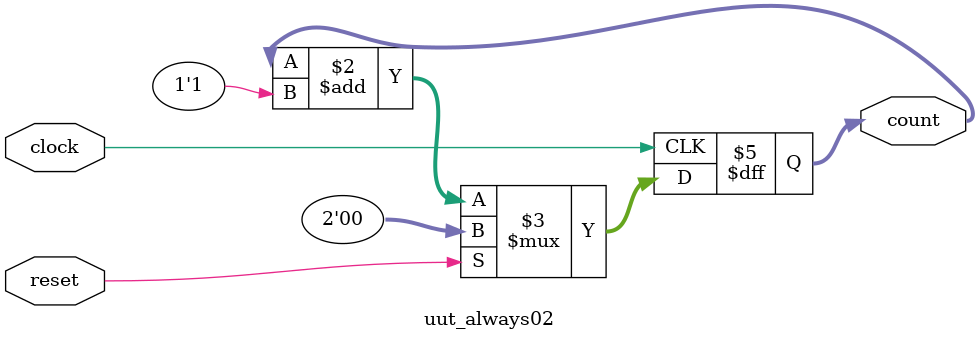
<source format=v>
module uut_always02(clock, reset, count);

input clock, reset;
output [1:0] count;
reg [1:0] count;

always @(posedge clock) begin
	count <= count + 1'b1;
	if (reset)
		count <= 0;
end

endmodule

</source>
